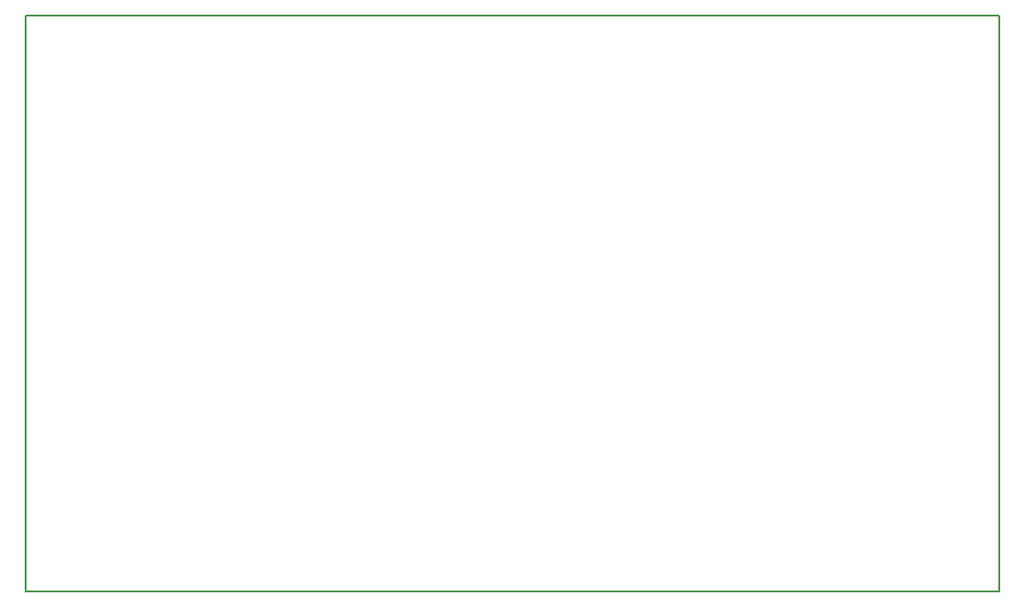
<source format=gbr>
%TF.GenerationSoftware,KiCad,Pcbnew,(5.1.8)-1*%
%TF.CreationDate,2021-02-10T22:47:22+08:00*%
%TF.ProjectId,mpg,6d70672e-6b69-4636-9164-5f7063625858,rev?*%
%TF.SameCoordinates,Original*%
%TF.FileFunction,Profile,NP*%
%FSLAX46Y46*%
G04 Gerber Fmt 4.6, Leading zero omitted, Abs format (unit mm)*
G04 Created by KiCad (PCBNEW (5.1.8)-1) date 2021-02-10 22:47:22*
%MOMM*%
%LPD*%
G01*
G04 APERTURE LIST*
%TA.AperFunction,Profile*%
%ADD10C,0.200000*%
%TD*%
G04 APERTURE END LIST*
D10*
X179207510Y-108722607D02*
X179207510Y-55424989D01*
X89207510Y-108722607D02*
X179207510Y-108722607D01*
X89207510Y-55424989D02*
X89207510Y-108722607D01*
X179207510Y-55424989D02*
X89207510Y-55424989D01*
M02*

</source>
